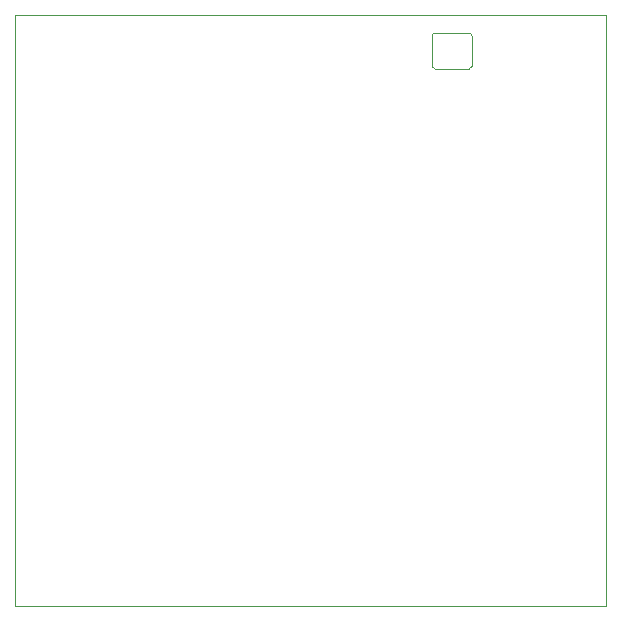
<source format=gbr>
%TF.GenerationSoftware,KiCad,Pcbnew,7.0.11+dfsg-1build4*%
%TF.CreationDate,2026-01-28T23:03:34-05:00*%
%TF.ProjectId,compact-nfc,636f6d70-6163-4742-9d6e-66632e6b6963,rev?*%
%TF.SameCoordinates,Original*%
%TF.FileFunction,Profile,NP*%
%FSLAX46Y46*%
G04 Gerber Fmt 4.6, Leading zero omitted, Abs format (unit mm)*
G04 Created by KiCad (PCBNEW 7.0.11+dfsg-1build4) date 2026-01-28 23:03:34*
%MOMM*%
%LPD*%
G01*
G04 APERTURE LIST*
%TA.AperFunction,Profile*%
%ADD10C,0.050000*%
%TD*%
%TA.AperFunction,Profile*%
%ADD11C,0.120000*%
%TD*%
G04 APERTURE END LIST*
D10*
X100000000Y-100000000D02*
X100000000Y-150000000D01*
X150000000Y-100000000D02*
X150000000Y-150000000D01*
X100000000Y-150000000D02*
X150000000Y-150000000D01*
X100000000Y-100000000D02*
X150000000Y-100000000D01*
D11*
%TO.C,D1*%
X135300000Y-101750000D02*
X135300000Y-104250000D01*
X135550000Y-101500000D02*
X138450000Y-101500000D01*
X138450000Y-104500000D02*
X135550000Y-104500000D01*
X138700000Y-104250000D02*
X138700000Y-101750000D01*
X135550000Y-101500000D02*
G75*
G03*
X135300000Y-101750000I-1J-249999D01*
G01*
X135300000Y-104250000D02*
G75*
G03*
X135550000Y-104500000I249999J-1D01*
G01*
X138700000Y-101750000D02*
G75*
G03*
X138450000Y-101500000I-250000J0D01*
G01*
X138450000Y-104500000D02*
G75*
G03*
X138700000Y-104250000I0J250000D01*
G01*
%TD*%
M02*

</source>
